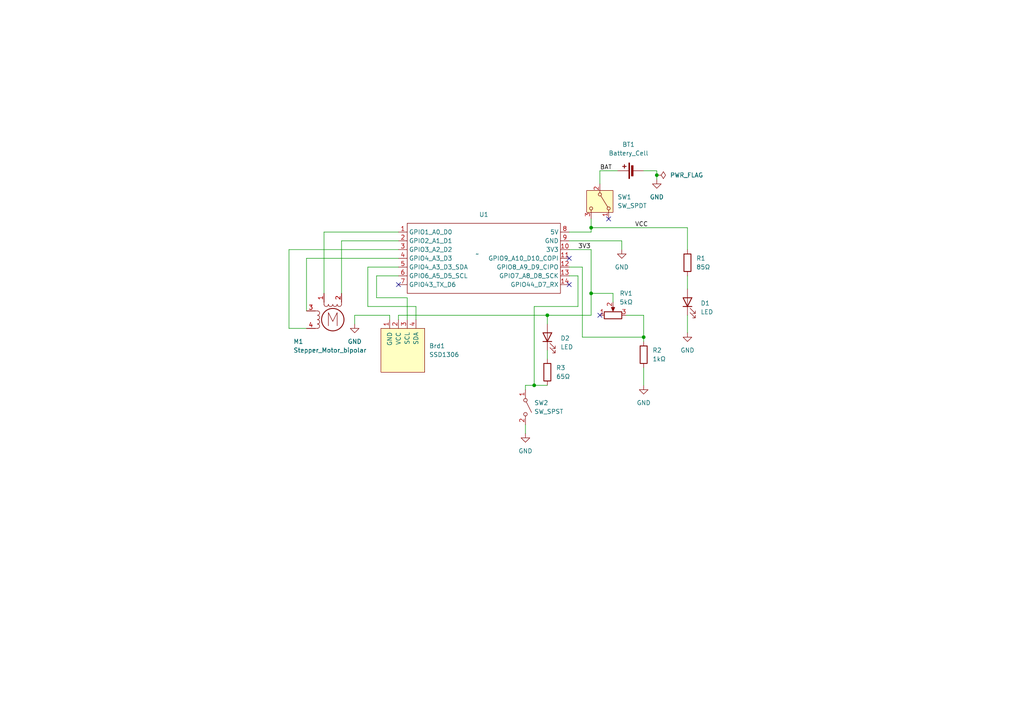
<source format=kicad_sch>
(kicad_sch (version 20230121) (generator eeschema)
  (paper "A4")
  (title_block (title "PCB Design From Tutorial") (date "2024-02-05") (rev "v1.0"))
  (lib_symbols
    (symbol "Device:Battery_Cell" (pin_numbers hide) (pin_names (offset 0) hide)
      (property "Reference" "BT" (at 2.54 2.54 0))
      (property "Value" "Battery_Cell" (at 2.54 0 0))
      (symbol "Battery_Cell_0_1"
        (rectangle (start -2.286 1.778) (end 2.286 1.524) (fill (type outline)))
        (rectangle (start -1.524 1.016) (end 1.524 0.508) (fill (type outline)))
        (polyline (pts (xy 0 0.762) (xy 0 0)))
        (polyline (pts (xy 0 1.778) (xy 0 2.54)))
        (polyline (pts (xy 0.762 3.048) (xy 1.778 3.048)) (stroke (width 0.254)))
        (polyline (pts (xy 1.27 3.556) (xy 1.27 2.54)) (stroke (width 0.254)))
      )
      (symbol "Battery_Cell_1_1"
        (pin passive line (at 0 5.08 270) (length 2.54) (name "+") (number "1"))
        (pin passive line (at 0 -2.54 90) (length 2.54) (name "-") (number "2"))
      )
    )
    (symbol "Device:LED" (pin_numbers hide) (pin_names (offset 1.016) hide)
      (property "Reference" "D" (at 0 2.54 0))
      (property "Value" "LED" (at 0 -2.54 0))
      (symbol "LED_0_1"
        (polyline (pts (xy -1.27 -1.27) (xy -1.27 1.27)) (stroke (width 0.254)))
        (polyline (pts (xy -1.27 0) (xy 1.27 0)))
        (polyline (pts (xy 1.27 -1.27) (xy 1.27 1.27) (xy -1.27 0) (xy 1.27 -1.27)) (stroke (width 0.254)))
        (polyline (pts (xy -3.048 -0.762) (xy -4.572 -2.286) (xy -3.81 -2.286) (xy -4.572 -2.286) (xy -4.572 -1.524)))
        (polyline (pts (xy -1.778 -0.762) (xy -3.302 -2.286) (xy -2.54 -2.286) (xy -3.302 -2.286) (xy -3.302 -1.524)))
      )
      (symbol "LED_1_1"
        (pin passive line (at -3.81 0 0) (length 2.54) (name "K") (number "1"))
        (pin passive line (at 3.81 0 180) (length 2.54) (name "A") (number "2"))
      )
    )
    (symbol "Device:R" (pin_numbers hide) (pin_names (offset 0))
      (property "Reference" "R" (at 2.032 0 90))
      (property "Value" "R" (at 0 0 90))
      (symbol "R_0_1"
        (rectangle (start -1.016 -2.54) (end 1.016 2.54) (stroke (width 0.254)))
      )
      (symbol "R_1_1"
        (pin passive line (at 0 3.81 270) (length 1.27) (name "~") (number "1"))
        (pin passive line (at 0 -3.81 90) (length 1.27) (name "~") (number "2"))
      )
    )
    (symbol "Device:R_Potentiometer" (pin_names (offset 1.016) hide)
      (property "Reference" "RV" (at -4.445 0 90))
      (property "Value" "R_Potentiometer" (at -2.54 0 90))
      (symbol "R_Potentiometer_0_1"
        (polyline (pts (xy 2.54 0) (xy 1.524 0)))
        (polyline (pts (xy 1.143 0) (xy 2.286 0.508) (xy 2.286 -0.508) (xy 1.143 0)) (fill (type outline)))
        (rectangle (start 1.016 2.54) (end -1.016 -2.54) (stroke (width 0.254)))
      )
      (symbol "R_Potentiometer_1_1"
        (pin passive line (at 0 3.81 270) (length 1.27) (name "1") (number "1"))
        (pin passive line (at 3.81 0 180) (length 1.27) (name "2") (number "2"))
        (pin passive line (at 0 -3.81 90) (length 1.27) (name "3") (number "3"))
      )
    )
    (symbol "Motor:Stepper_Motor_bipolar" (pin_names (offset 0) hide)
      (property "Reference" "M" (at 3.81 2.54 0))
      (property "Value" "Stepper_Motor_bipolar" (at 3.81 1.27 0))
      (symbol "Stepper_Motor_bipolar_0_0"
        (polyline (pts (xy -1.27 -1.778) (xy -1.27 2.032) (xy 0 -0.508) (xy 1.27 2.032) (xy 1.27 -1.778)))
      )
      (symbol "Stepper_Motor_bipolar_0_1"
        (arc (start -4.445 -2.54) (mid -3.8127 -1.905) (end -4.445 -1.27))
        (arc (start -4.445 -1.27) (mid -3.8127 -0.635) (end -4.445 0))
        (arc (start -4.445 0) (mid -3.8127 0.635) (end -4.445 1.27))
        (arc (start -4.445 1.27) (mid -3.8127 1.905) (end -4.445 2.54))
        (arc (start -2.54 4.445) (mid -1.905 3.8127) (end -1.27 4.445))
        (arc (start -1.27 4.445) (mid -0.635 3.8127) (end 0 4.445))
        (polyline (pts (xy -5.08 -2.54) (xy -4.445 -2.54)))
        (polyline (pts (xy -5.08 2.54) (xy -4.445 2.54)))
        (polyline (pts (xy -2.54 5.08) (xy -2.54 4.445)))
        (polyline (pts (xy 2.54 5.08) (xy 2.54 4.445)))
        (circle (center 0 0) (radius 3.2512) (stroke (width 0.254)))
        (arc (start 0 4.445) (mid 0.635 3.8127) (end 1.27 4.445))
        (arc (start 1.27 4.445) (mid 1.905 3.8127) (end 2.54 4.445))
      )
      (symbol "Stepper_Motor_bipolar_1_1"
        (pin passive line (at -2.54 7.62 270) (length 2.54) (name "~") (number "1"))
        (pin passive line (at 2.54 7.62 270) (length 2.54) (name "-") (number "2"))
        (pin passive line (at -7.62 2.54 0) (length 2.54) (name "~") (number "3"))
        (pin passive line (at -7.62 -2.54 0) (length 2.54) (name "~") (number "4"))
      )
    )
    (symbol "Switch:SW_SPDT" (pin_names (offset 0) hide)
      (property "Reference" "SW" (at 0 5.08 0))
      (property "Value" "SW_SPDT" (at 0 -5.08 0))
      (symbol "SW_SPDT_0_1"
        (circle (center -2.032 0) (radius 0.4572))
        (polyline (pts (xy -1.651 0.254) (xy 1.651 2.286)))
        (circle (center 2.032 -2.54) (radius 0.4572))
        (circle (center 2.032 2.54) (radius 0.4572))
      )
      (symbol "SW_SPDT_1_1"
        (rectangle (start -3.175 3.81) (end 3.175 -3.81) (fill (type background)))
        (pin passive line (at 5.08 2.54 180) (length 2.54) (name "A") (number "1"))
        (pin passive line (at -5.08 0 0) (length 2.54) (name "B") (number "2"))
        (pin passive line (at 5.08 -2.54 180) (length 2.54) (name "C") (number "3"))
      )
    )
    (symbol "Switch:SW_SPST" (pin_names (offset 0) hide)
      (property "Reference" "SW" (at 0 3.175 0))
      (property "Value" "SW_SPST" (at 0 -2.54 0))
      (symbol "SW_SPST_0_0"
        (circle (center -2.032 0) (radius 0.508))
        (polyline (pts (xy -1.524 0.254) (xy 1.524 1.778)))
        (circle (center 2.032 0) (radius 0.508))
      )
      (symbol "SW_SPST_1_1"
        (pin passive line (at -5.08 0 0) (length 2.54) (name "A") (number "1"))
        (pin passive line (at 5.08 0 180) (length 2.54) (name "B") (number "2"))
      )
    )
    (symbol "power:GND" (power) (pin_names (offset 0))
      (property "Value" "GND" (at 0 -3.81 0))
      (symbol "GND_0_1"
        (polyline (pts (xy 0 0) (xy 0 -1.27) (xy 1.27 -1.27) (xy 0 -2.54) (xy -1.27 -1.27) (xy 0 -1.27)))
      )
      (symbol "GND_1_1"
        (pin power_in line (at 0 0 270) (length 0) hide (name "GND") (number "1"))
      )
    )
    (symbol "power:PWR_FLAG" (power) (pin_numbers hide) (pin_names (offset 0) hide)
      (property "Value" "PWR_FLAG" (at 0 3.81 0))
      (symbol "PWR_FLAG_0_0"
        (pin power_out line (at 0 0 90) (length 0) (name "pwr") (number "1"))
      )
      (symbol "PWR_FLAG_0_1"
        (polyline (pts (xy 0 0) (xy 0 1.27) (xy -1.016 1.905) (xy 0 2.54) (xy 1.016 1.905) (xy 0 1.27)))
      )
    )
    (symbol "ssd1306_demo:SSD1306" (pin_names (offset 1.016))
      (property "Reference" "Brd" (at 0 -3.81 0))
      (property "Value" "SSD1306" (at 0 -1.27 0))
      (symbol "SSD1306_0_1"
        (rectangle (start -6.35 6.35) (end 6.35 -6.35) (fill (type background)))
      )
      (symbol "SSD1306_1_1"
        (pin input line (at -3.81 8.89 270) (length 2.54) (name "GND") (number "1"))
        (pin input line (at -1.27 8.89 270) (length 2.54) (name "VCC") (number "2"))
        (pin input line (at 1.27 8.89 270) (length 2.54) (name "SCL") (number "3"))
        (pin input line (at 3.81 8.89 270) (length 2.54) (name "SDA") (number "4"))
      )
    )
    (symbol "xiao_demo:XIAO_ESP32_SENSE"
      (property "Reference" "U" (at 0 0 0))
      (symbol "XIAO_ESP32_SENSE_0_1"
        (polyline (pts (xy -20.32 8.89) (xy -20.32 -11.43) (xy 24.13 -11.43) (xy 24.13 8.89) (xy -20.32 8.89)))
      )
      (symbol "XIAO_ESP32_SENSE_1_1"
        (pin bidirectional line (at -22.86 6.35 0) (length 2.54) (name "GPIO1_A0_D0") (number "1"))
        (pin bidirectional line (at 26.67 1.27 180) (length 2.54) (name "3V3") (number "10"))
        (pin bidirectional line (at 26.67 -1.27 180) (length 2.54) (name "GPIO9_A10_D10_COPI") (number "11"))
        (pin bidirectional line (at 26.67 -3.81 180) (length 2.54) (name "GPIO8_A9_D9_CIPO") (number "12"))
        (pin bidirectional line (at 26.67 -6.35 180) (length 2.54) (name "GPIO7_A8_D8_SCK") (number "13"))
        (pin bidirectional line (at 26.67 -8.89 180) (length 2.54) (name "GPIO44_D7_RX") (number "14"))
        (pin bidirectional line (at -22.86 3.81 0) (length 2.54) (name "GPIO2_A1_D1") (number "2"))
        (pin bidirectional line (at -22.86 1.27 0) (length 2.54) (name "GPIO3_A2_D2") (number "3"))
        (pin bidirectional line (at -22.86 -1.27 0) (length 2.54) (name "GPIO4_A3_D3") (number "4"))
        (pin bidirectional line (at -22.86 -3.81 0) (length 2.54) (name "GPIO4_A3_D3_SDA") (number "5"))
        (pin bidirectional line (at -22.86 -6.35 0) (length 2.54) (name "GPIO6_A5_D5_SCL") (number "6"))
        (pin bidirectional line (at -22.86 -8.89 0) (length 2.54) (name "GPIO43_TX_D6") (number "7"))
        (pin bidirectional line (at 26.67 6.35 180) (length 2.54) (name "5V") (number "8"))
        (pin bidirectional line (at 26.67 3.81 180) (length 2.54) (name "GND") (number "9"))
      )
    )
  )
  (junction (at 171.45 85.09))
  (junction (at 190.5 50.8))
  (junction (at 158.75 91.44))
  (junction (at 186.69 97.79))
  (junction (at 171.45 66.04))
  (junction (at 154.94 111.76))
  (no_connect (at 173.99 91.44))
  (no_connect (at 115.57 82.55))
  (no_connect (at 165.1 74.93))
  (no_connect (at 165.1 82.55))
  (no_connect (at 176.53 63.5))
  (wire (pts (xy 113.03 91.44) (xy 113.03 92.71)))
  (wire (pts (xy 171.45 85.09) (xy 171.45 91.44)))
  (wire (pts (xy 190.5 50.8) (xy 190.5 52.07)))
  (wire (pts (xy 173.99 49.53) (xy 179.07 49.53)))
  (wire (pts (xy 171.45 66.04) (xy 171.45 63.5)))
  (wire (pts (xy 115.57 92.71) (xy 115.57 91.44)))
  (wire (pts (xy 168.91 97.79) (xy 186.69 97.79)))
  (wire (pts (xy 154.94 88.9) (xy 154.94 111.76)))
  (wire (pts (xy 165.1 72.39) (xy 171.45 72.39)))
  (wire (pts (xy 186.69 106.68) (xy 186.69 111.76)))
  (wire (pts (xy 173.99 53.34) (xy 173.99 49.53)))
  (wire (pts (xy 109.22 86.36) (xy 109.22 80.01)))
  (wire (pts (xy 199.39 80.01) (xy 199.39 83.82)))
  (wire (pts (xy 165.1 77.47) (xy 168.91 77.47)))
  (wire (pts (xy 102.87 93.98) (xy 102.87 91.44)))
  (wire (pts (xy 158.75 93.98) (xy 158.75 91.44)))
  (wire (pts (xy 102.87 91.44) (xy 113.03 91.44)))
  (wire (pts (xy 93.98 85.09) (xy 93.98 67.31)))
  (wire (pts (xy 167.64 80.01) (xy 167.64 88.9)))
  (wire (pts (xy 180.34 69.85) (xy 180.34 72.39)))
  (wire (pts (xy 168.91 77.47) (xy 168.91 97.79)))
  (wire (pts (xy 120.65 88.9) (xy 120.65 92.71)))
  (wire (pts (xy 165.1 80.01) (xy 167.64 80.01)))
  (wire (pts (xy 186.69 91.44) (xy 186.69 97.79)))
  (wire (pts (xy 106.68 77.47) (xy 106.68 88.9)))
  (wire (pts (xy 158.75 101.6) (xy 158.75 104.14)))
  (wire (pts (xy 199.39 66.04) (xy 199.39 72.39)))
  (wire (pts (xy 171.45 67.31) (xy 171.45 66.04)))
  (wire (pts (xy 186.69 97.79) (xy 186.69 99.06)))
  (wire (pts (xy 88.9 74.93) (xy 115.57 74.93)))
  (wire (pts (xy 199.39 91.44) (xy 199.39 96.52)))
  (wire (pts (xy 167.64 88.9) (xy 154.94 88.9)))
  (wire (pts (xy 165.1 69.85) (xy 180.34 69.85)))
  (wire (pts (xy 158.75 91.44) (xy 171.45 91.44)))
  (wire (pts (xy 181.61 91.44) (xy 186.69 91.44)))
  (wire (pts (xy 177.8 85.09) (xy 177.8 87.63)))
  (wire (pts (xy 152.4 113.03) (xy 152.4 111.76)))
  (wire (pts (xy 109.22 80.01) (xy 115.57 80.01)))
  (wire (pts (xy 171.45 72.39) (xy 171.45 85.09)))
  (wire (pts (xy 171.45 66.04) (xy 199.39 66.04)))
  (wire (pts (xy 152.4 123.19) (xy 152.4 125.73)))
  (wire (pts (xy 118.11 86.36) (xy 109.22 86.36)))
  (wire (pts (xy 171.45 85.09) (xy 177.8 85.09)))
  (wire (pts (xy 83.82 72.39) (xy 83.82 95.25)))
  (wire (pts (xy 99.06 69.85) (xy 115.57 69.85)))
  (wire (pts (xy 115.57 91.44) (xy 158.75 91.44)))
  (wire (pts (xy 93.98 67.31) (xy 115.57 67.31)))
  (wire (pts (xy 186.69 49.53) (xy 190.5 49.53)))
  (wire (pts (xy 88.9 90.17) (xy 88.9 74.93)))
  (wire (pts (xy 154.94 111.76) (xy 158.75 111.76)))
  (wire (pts (xy 83.82 95.25) (xy 88.9 95.25)))
  (wire (pts (xy 190.5 49.53) (xy 190.5 50.8)))
  (wire (pts (xy 115.57 72.39) (xy 83.82 72.39)))
  (wire (pts (xy 165.1 67.31) (xy 171.45 67.31)))
  (wire (pts (xy 115.57 77.47) (xy 106.68 77.47)))
  (wire (pts (xy 118.11 92.71) (xy 118.11 86.36)))
  (wire (pts (xy 152.4 111.76) (xy 154.94 111.76)))
  (wire (pts (xy 106.68 88.9) (xy 120.65 88.9)))
  (wire (pts (xy 99.06 85.09) (xy 99.06 69.85)))
  (label "3V3" (at 167.64 72.39 0))
  (label "VCC" (at 184.15 66.04 0))
  (label "BAT" (at 173.99 49.53 0))
  (symbol (lib_id "Motor:Stepper_Motor_bipolar") (at 96.52 92.71 0) (unit 1)
    (property "Reference" "M1" (at 85.09 99.06 0) (effects (justify left)))
    (property "Value" "Stepper_Motor_bipolar" (at 85.09 101.6 0) (effects (justify left)))
    (property "Footprint" "demo_motor:x27_stepper" (effects hide))
    (property "Datasheet" "http://www.infineon.com/dgdl/Application-Note-TLE8110EE_driving_UniPolarStepperMotor_V1.1.pdf?fileId=db3a30431be39b97011be5d0aa0a00b0" (effects hide))
  )
  (symbol (lib_id "power:GND") (at 102.87 93.98 0) (unit 1)
    (property "Reference" "#PWR04" (effects hide))
    (property "Value" "GND" (at 102.87 99.06 0))
  )
  (symbol (lib_id "Device:R") (at 158.75 107.95 0) (unit 1)
    (property "Reference" "R3" (at 161.29 106.68 0) (effects (justify left)))
    (property "Value" "65Ω" (at 161.29 109.22 0) (effects (justify left)))
    (property "Footprint" "Resistor_SMD:R_0805_2012Metric_Pad1.20x1.40mm_HandSolder" (effects hide))
  )
  (symbol (lib_id "Device:R") (at 199.39 76.2 0) (unit 1)
    (property "Reference" "R1" (at 201.93 74.93 0) (effects (justify left)))
    (property "Value" "85Ω" (at 201.93 77.47 0) (effects (justify left)))
    (property "Footprint" "Resistor_SMD:R_0805_2012Metric_Pad1.20x1.40mm_HandSolder" (effects hide))
  )
  (symbol (lib_id "power:GND") (at 152.4 125.73 0) (unit 1)
    (property "Reference" "#PWR08" (effects hide))
    (property "Value" "GND" (at 152.4 130.81 0))
  )
  (symbol (lib_id "Device:Battery_Cell") (at 184.15 49.53 90) (unit 1)
    (property "Reference" "BT1" (at 182.3085 41.91 90))
    (property "Value" "Battery_Cell" (at 182.3085 44.45 90))
    (property "Footprint" "Connector_JST:JST_NV_B02P-NV_1x02_P5.00mm_Vertical" (effects hide))
  )
  (symbol (lib_id "power:PWR_FLAG") (at 190.5 50.8 270) (unit 1)
    (property "Reference" "#FLG01" (effects hide))
    (property "Value" "PWR_FLAG" (at 194.31 50.8 90) (effects (justify left)))
  )
  (symbol (lib_id "Device:R") (at 186.69 102.87 0) (unit 1)
    (property "Reference" "R2" (at 189.23 101.6 0) (effects (justify left)))
    (property "Value" "1kΩ" (at 189.23 104.14 0) (effects (justify left)))
    (property "Footprint" "Resistor_SMD:R_0805_2012Metric_Pad1.20x1.40mm_HandSolder" (effects hide))
  )
  (symbol (lib_id "power:GND") (at 180.34 72.39 0) (unit 1)
    (property "Reference" "#PWR02" (effects hide))
    (property "Value" "GND" (at 180.34 77.47 0))
  )
  (symbol (lib_id "Device:R_Potentiometer") (at 177.8 91.44 90) (unit 1)
    (property "Reference" "RV1" (at 181.61 85.09 90))
    (property "Value" "5kΩ" (at 181.61 87.63 90))
    (property "Footprint" "Potentiometer_THT:Potentiometer_Piher_PC-16_Single_Horizontal" (effects hide))
  )
  (symbol (lib_id "Switch:SW_SPDT") (at 173.99 58.42 270) (unit 1)
    (property "Reference" "SW1" (at 179.07 57.15 90) (effects (justify left)))
    (property "Value" "SW_SPDT" (at 179.07 59.69 90) (effects (justify left)))
    (property "Footprint" "Connector_JST:JST_EH_B3B-EH-A_1x03_P2.50mm_Vertical" (effects hide))
  )
  (symbol (lib_id "power:GND") (at 186.69 111.76 0) (unit 1)
    (property "Reference" "#PWR06" (effects hide))
    (property "Value" "GND" (at 186.69 116.84 0))
  )
  (symbol (lib_id "Device:LED") (at 158.75 97.79 90) (unit 1)
    (property "Reference" "D2" (at 162.56 98.1075 90) (effects (justify right)))
    (property "Value" "LED" (at 162.56 100.6475 90) (effects (justify right)))
    (property "Footprint" "LED_SMD:LED_0805_2012Metric_Pad1.15x1.40mm_HandSolder" (effects hide))
  )
  (symbol (lib_id "power:GND") (at 199.39 96.52 0) (unit 1)
    (property "Reference" "#PWR03" (effects hide))
    (property "Value" "GND" (at 199.39 101.6 0))
  )
  (symbol (lib_id "Switch:SW_SPST") (at 152.4 118.11 270) (unit 1)
    (property "Reference" "SW2" (at 154.94 116.84 90) (effects (justify left)))
    (property "Value" "SW_SPST" (at 154.94 119.38 90) (effects (justify left)))
    (property "Footprint" "Button_Switch_THT:SW_PUSH-12mm" (effects hide))
  )
  (symbol (lib_id "power:GND") (at 190.5 52.07 0) (unit 1)
    (property "Reference" "#PWR01" (effects hide))
    (property "Value" "GND" (at 190.5 57.15 0))
  )
  (symbol (lib_id "Device:LED") (at 199.39 87.63 90) (unit 1)
    (property "Reference" "D1" (at 203.2 87.9475 90) (effects (justify right)))
    (property "Value" "LED" (at 203.2 90.4875 90) (effects (justify right)))
    (property "Footprint" "LED_SMD:LED_0805_2012Metric_Pad1.15x1.40mm_HandSolder" (effects hide))
  )
  (symbol (lib_id "ssd1306_demo:SSD1306") (at 116.84 101.6 0) (unit 1)
    (property "Reference" "Brd1" (at 124.46 100.33 0) (effects (justify left)))
    (property "Value" "SSD1306" (at 124.46 102.87 0) (effects (justify left)))
    (property "Footprint" "demo_ssd1306:128x64OLED" (effects hide))
  )
  (symbol (lib_id "xiao_demo:XIAO_ESP32_SENSE") (at 138.43 73.66 0) (unit 1)
    (property "Reference" "U1" (at 140.335 62.23 0))
    (property "Value" "~" (at 138.43 73.66 0))
    (property "Footprint" "demo_esp32:XIAO_ESP32_SENSE" (effects hide))
  )
)
</source>
